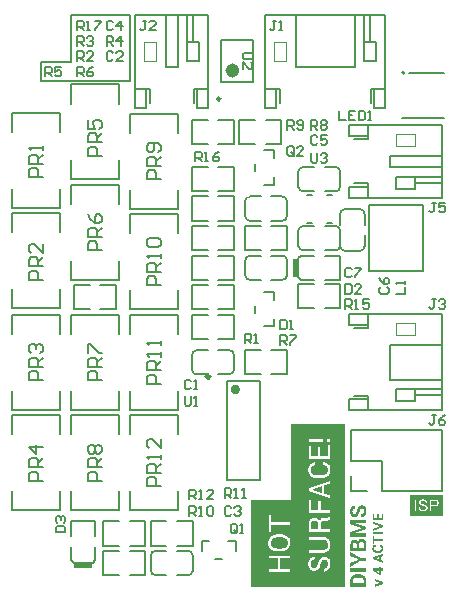
<source format=gto>
G04*
G04 #@! TF.GenerationSoftware,Altium Limited,Altium Designer,20.0.2 (26)*
G04*
G04 Layer_Color=15132400*
%FSLAX25Y25*%
%MOIN*%
G70*
G01*
G75*
%ADD10C,0.00984*%
%ADD11C,0.02362*%
%ADD12C,0.01181*%
%ADD13C,0.01575*%
%ADD14C,0.00787*%
%ADD15C,0.00394*%
%ADD16C,0.00700*%
%ADD17C,0.00800*%
%ADD18R,0.01181X0.06299*%
%ADD19R,0.06299X0.01181*%
G36*
X114961Y1969D02*
X101575D01*
Y1957D01*
X83620D01*
Y30778D01*
X97006D01*
Y56153D01*
X114961D01*
Y1969D01*
D02*
G37*
G36*
X127618Y24024D02*
X124071D01*
Y26300D01*
X124621D01*
Y24740D01*
X125509D01*
Y26055D01*
X126058D01*
Y24740D01*
X127074D01*
Y26305D01*
X127618D01*
Y24024D01*
D02*
G37*
G36*
Y22476D02*
Y21743D01*
X124071Y20539D01*
Y21288D01*
X126657Y22054D01*
X126852Y22098D01*
Y22115D01*
X126663Y22154D01*
X124071Y22931D01*
Y23680D01*
X127618Y22476D01*
D02*
G37*
G36*
Y19429D02*
X124071D01*
Y20145D01*
X127618D01*
Y19429D01*
D02*
G37*
G36*
X124621Y17980D02*
X127618D01*
Y17264D01*
X124621D01*
Y16265D01*
X124071D01*
Y18990D01*
X124621D01*
Y17980D01*
D02*
G37*
G36*
X125242Y16004D02*
Y15311D01*
X125237D01*
X125226D01*
X125209D01*
X125187D01*
X125126Y15300D01*
X125054Y15289D01*
X124970Y15272D01*
X124887Y15239D01*
X124804Y15200D01*
X124737Y15144D01*
X124732Y15139D01*
X124709Y15116D01*
X124682Y15078D01*
X124648Y15022D01*
X124621Y14950D01*
X124593Y14861D01*
X124571Y14761D01*
X124565Y14639D01*
Y14606D01*
X124571Y14584D01*
X124576Y14528D01*
X124599Y14456D01*
X124626Y14378D01*
X124676Y14295D01*
X124737Y14212D01*
X124782Y14173D01*
X124826Y14140D01*
X124832D01*
X124837Y14134D01*
X124854Y14123D01*
X124871Y14112D01*
X124926Y14084D01*
X125004Y14051D01*
X125098Y14017D01*
X125215Y13990D01*
X125342Y13968D01*
X125487Y13962D01*
X126197D01*
X126202D01*
X126214D01*
X126236D01*
X126263Y13968D01*
X126302D01*
X126341Y13973D01*
X126435Y13984D01*
X126541Y14006D01*
X126652Y14040D01*
X126763Y14090D01*
X126868Y14151D01*
X126880Y14162D01*
X126907Y14184D01*
X126952Y14229D01*
X126996Y14289D01*
X127041Y14362D01*
X127085Y14450D01*
X127113Y14556D01*
X127118Y14617D01*
X127124Y14678D01*
Y14706D01*
X127118Y14728D01*
X127113Y14789D01*
X127102Y14856D01*
X127085Y14933D01*
X127052Y15011D01*
X127013Y15083D01*
X126957Y15150D01*
X126952Y15155D01*
X126924Y15178D01*
X126885Y15200D01*
X126830Y15233D01*
X126757Y15261D01*
X126669Y15289D01*
X126569Y15305D01*
X126447Y15311D01*
Y15999D01*
X126458Y16004D01*
X126463D01*
X126486D01*
X126513D01*
X126552Y15999D01*
X126602D01*
X126657Y15988D01*
X126719Y15977D01*
X126785Y15966D01*
X126929Y15927D01*
X127002Y15899D01*
X127074Y15866D01*
X127152Y15827D01*
X127218Y15777D01*
X127290Y15721D01*
X127351Y15660D01*
X127357Y15655D01*
X127362Y15644D01*
X127379Y15621D01*
X127401Y15594D01*
X127424Y15561D01*
X127451Y15516D01*
X127479Y15466D01*
X127507Y15405D01*
X127540Y15338D01*
X127568Y15266D01*
X127595Y15183D01*
X127618Y15094D01*
X127640Y15000D01*
X127656Y14900D01*
X127662Y14795D01*
X127668Y14678D01*
Y14650D01*
X127662Y14617D01*
Y14573D01*
X127656Y14517D01*
X127646Y14456D01*
X127634Y14384D01*
X127618Y14312D01*
X127595Y14229D01*
X127568Y14145D01*
X127534Y14062D01*
X127496Y13973D01*
X127451Y13890D01*
X127396Y13801D01*
X127335Y13723D01*
X127262Y13646D01*
X127257Y13640D01*
X127246Y13629D01*
X127218Y13607D01*
X127190Y13585D01*
X127146Y13557D01*
X127096Y13524D01*
X127041Y13485D01*
X126974Y13451D01*
X126902Y13413D01*
X126824Y13374D01*
X126735Y13340D01*
X126641Y13313D01*
X126541Y13291D01*
X126430Y13268D01*
X126319Y13257D01*
X126197Y13252D01*
X125492D01*
X125487D01*
X125464D01*
X125431D01*
X125387Y13257D01*
X125331Y13263D01*
X125265Y13274D01*
X125192Y13285D01*
X125115Y13302D01*
X125031Y13318D01*
X124948Y13346D01*
X124859Y13374D01*
X124771Y13413D01*
X124682Y13457D01*
X124593Y13507D01*
X124510Y13568D01*
X124432Y13635D01*
X124426Y13640D01*
X124415Y13651D01*
X124393Y13673D01*
X124365Y13707D01*
X124338Y13740D01*
X124299Y13790D01*
X124260Y13840D01*
X124221Y13906D01*
X124182Y13973D01*
X124149Y14051D01*
X124110Y14129D01*
X124082Y14223D01*
X124055Y14317D01*
X124032Y14417D01*
X124021Y14528D01*
X124016Y14639D01*
Y14700D01*
X124021Y14745D01*
X124027Y14800D01*
X124032Y14867D01*
X124044Y14933D01*
X124055Y15011D01*
X124093Y15172D01*
X124121Y15255D01*
X124149Y15344D01*
X124188Y15427D01*
X124232Y15505D01*
X124282Y15583D01*
X124338Y15655D01*
X124343Y15660D01*
X124354Y15671D01*
X124371Y15688D01*
X124393Y15710D01*
X124426Y15738D01*
X124465Y15771D01*
X124515Y15805D01*
X124565Y15838D01*
X124626Y15871D01*
X124693Y15905D01*
X124765Y15932D01*
X124848Y15960D01*
X124932Y15982D01*
X125026Y15999D01*
X125120Y16010D01*
X125226D01*
X125242Y16004D01*
D02*
G37*
G36*
X127618Y12247D02*
X126857Y12009D01*
Y10860D01*
X127618Y10615D01*
Y9872D01*
X124071Y11071D01*
Y11803D01*
X127618Y12991D01*
Y12247D01*
D02*
G37*
G36*
X126852Y8051D02*
X127618D01*
Y7341D01*
X126852D01*
Y5892D01*
X126425Y5859D01*
X124071Y7335D01*
Y8051D01*
X126297D01*
Y8451D01*
X126852D01*
Y8051D01*
D02*
G37*
G36*
X127618Y3545D02*
Y2862D01*
X124981Y1969D01*
Y2712D01*
X126635Y3156D01*
X126880Y3201D01*
Y3217D01*
X126635Y3262D01*
X124981Y3700D01*
Y4444D01*
X127618Y3545D01*
D02*
G37*
G36*
X147609Y25599D02*
X136689D01*
Y32573D01*
X147609D01*
Y25599D01*
D02*
G37*
G36*
X120667Y29033D02*
X120717Y29024D01*
X120784Y29016D01*
X120942Y28974D01*
X121109Y28908D01*
X121200Y28866D01*
X121292Y28816D01*
X121384Y28758D01*
X121467Y28683D01*
X121550Y28600D01*
X121625Y28508D01*
Y28499D01*
X121642Y28483D01*
X121658Y28450D01*
X121683Y28408D01*
X121717Y28358D01*
X121750Y28291D01*
X121783Y28216D01*
X121817Y28133D01*
X121858Y28033D01*
X121892Y27925D01*
X121925Y27808D01*
X121958Y27683D01*
X121983Y27550D01*
X122000Y27408D01*
X122008Y27250D01*
X122017Y27092D01*
Y27009D01*
X122008Y26950D01*
X122000Y26875D01*
X121992Y26792D01*
X121983Y26692D01*
X121967Y26584D01*
X121917Y26359D01*
X121833Y26109D01*
X121792Y25984D01*
X121733Y25859D01*
X121667Y25734D01*
X121592Y25617D01*
X121583Y25609D01*
X121575Y25592D01*
X121550Y25559D01*
X121508Y25526D01*
X121467Y25476D01*
X121408Y25426D01*
X121350Y25368D01*
X121275Y25309D01*
X121192Y25251D01*
X121092Y25201D01*
X120992Y25151D01*
X120875Y25101D01*
X120750Y25068D01*
X120617Y25043D01*
X120467Y25026D01*
X120317Y25018D01*
X120292Y25026D01*
Y26067D01*
X120301D01*
X120309D01*
X120334D01*
X120367Y26076D01*
X120450Y26084D01*
X120559Y26101D01*
X120675Y26134D01*
X120784Y26184D01*
X120900Y26250D01*
X120992Y26342D01*
X121000Y26359D01*
X121025Y26392D01*
X121067Y26450D01*
X121100Y26542D01*
X121142Y26650D01*
X121184Y26775D01*
X121209Y26925D01*
X121217Y27092D01*
Y27167D01*
X121209Y27242D01*
X121192Y27333D01*
X121175Y27442D01*
X121142Y27550D01*
X121100Y27658D01*
X121042Y27750D01*
X121034Y27758D01*
X121009Y27783D01*
X120967Y27825D01*
X120909Y27867D01*
X120842Y27900D01*
X120759Y27941D01*
X120659Y27966D01*
X120551Y27975D01*
X120534D01*
X120501D01*
X120442Y27966D01*
X120376Y27950D01*
X120301Y27925D01*
X120217Y27883D01*
X120142Y27833D01*
X120067Y27758D01*
X120059Y27750D01*
X120034Y27716D01*
X120001Y27667D01*
X119951Y27583D01*
X119892Y27483D01*
X119834Y27358D01*
X119776Y27200D01*
X119709Y27009D01*
Y27000D01*
X119693Y26967D01*
X119684Y26917D01*
X119659Y26858D01*
X119634Y26784D01*
X119601Y26692D01*
X119568Y26592D01*
X119526Y26484D01*
X119426Y26259D01*
X119318Y26026D01*
X119193Y25801D01*
X119126Y25692D01*
X119059Y25601D01*
X119051Y25592D01*
X119043Y25584D01*
X119018Y25559D01*
X118993Y25526D01*
X118901Y25451D01*
X118784Y25368D01*
X118635Y25276D01*
X118460Y25201D01*
X118360Y25168D01*
X118260Y25142D01*
X118143Y25134D01*
X118026Y25126D01*
X118018D01*
X117993D01*
X117960D01*
X117918Y25134D01*
X117860Y25142D01*
X117793Y25151D01*
X117643Y25192D01*
X117477Y25259D01*
X117385Y25301D01*
X117294Y25351D01*
X117202Y25417D01*
X117119Y25492D01*
X117035Y25576D01*
X116952Y25667D01*
X116944Y25676D01*
X116935Y25692D01*
X116910Y25726D01*
X116885Y25767D01*
X116852Y25817D01*
X116819Y25884D01*
X116785Y25959D01*
X116744Y26042D01*
X116702Y26134D01*
X116669Y26242D01*
X116635Y26350D01*
X116602Y26475D01*
X116552Y26742D01*
X116544Y26892D01*
X116535Y27042D01*
Y27125D01*
X116544Y27192D01*
X116552Y27267D01*
X116560Y27350D01*
X116569Y27450D01*
X116594Y27550D01*
X116644Y27775D01*
X116727Y28016D01*
X116777Y28133D01*
X116835Y28250D01*
X116902Y28358D01*
X116985Y28466D01*
X116994Y28475D01*
X117002Y28491D01*
X117035Y28516D01*
X117069Y28550D01*
X117110Y28591D01*
X117168Y28633D01*
X117227Y28683D01*
X117302Y28733D01*
X117377Y28783D01*
X117468Y28833D01*
X117668Y28916D01*
X117785Y28949D01*
X117902Y28974D01*
X118026Y28991D01*
X118160D01*
X118176Y28983D01*
Y27941D01*
X118168D01*
X118160D01*
X118110D01*
X118035Y27933D01*
X117952Y27908D01*
X117852Y27883D01*
X117752Y27841D01*
X117652Y27783D01*
X117568Y27700D01*
X117560Y27692D01*
X117535Y27658D01*
X117502Y27600D01*
X117460Y27525D01*
X117418Y27433D01*
X117385Y27317D01*
X117360Y27175D01*
X117352Y27025D01*
Y26959D01*
X117360Y26892D01*
X117377Y26800D01*
X117402Y26709D01*
X117435Y26600D01*
X117477Y26509D01*
X117543Y26417D01*
X117552Y26409D01*
X117577Y26384D01*
X117618Y26350D01*
X117677Y26309D01*
X117743Y26267D01*
X117827Y26234D01*
X117918Y26209D01*
X118026Y26201D01*
X118035D01*
X118068D01*
X118126Y26217D01*
X118185Y26234D01*
X118260Y26259D01*
X118335Y26300D01*
X118410Y26359D01*
X118476Y26434D01*
X118485Y26442D01*
X118510Y26475D01*
X118543Y26542D01*
X118585Y26625D01*
X118643Y26734D01*
X118701Y26875D01*
X118768Y27042D01*
X118843Y27242D01*
Y27250D01*
X118851Y27283D01*
X118868Y27325D01*
X118885Y27383D01*
X118910Y27458D01*
X118943Y27542D01*
X118976Y27642D01*
X119018Y27742D01*
X119109Y27958D01*
X119226Y28183D01*
X119351Y28391D01*
X119418Y28491D01*
X119493Y28583D01*
X119501Y28591D01*
X119509Y28600D01*
X119534Y28624D01*
X119568Y28658D01*
X119609Y28691D01*
X119651Y28725D01*
X119776Y28816D01*
X119926Y28899D01*
X120109Y28966D01*
X120317Y29024D01*
X120434Y29033D01*
X120551Y29041D01*
X120559D01*
X120584D01*
X120617D01*
X120667Y29033D01*
D02*
G37*
G36*
X121942Y23143D02*
X118310D01*
X118301Y23127D01*
X121942Y21811D01*
Y21086D01*
X118293Y19761D01*
X118301Y19745D01*
X121942D01*
Y18670D01*
X116619D01*
Y20078D01*
X120542Y21427D01*
Y21452D01*
X116619Y22818D01*
Y24218D01*
X121942D01*
Y23143D01*
D02*
G37*
G36*
X120517Y17887D02*
X120584Y17879D01*
X120659Y17871D01*
X120825Y17829D01*
X121009Y17771D01*
X121109Y17729D01*
X121200Y17679D01*
X121300Y17621D01*
X121392Y17554D01*
X121475Y17479D01*
X121550Y17387D01*
Y17379D01*
X121567Y17362D01*
X121583Y17337D01*
X121608Y17296D01*
X121642Y17246D01*
X121675Y17179D01*
X121708Y17104D01*
X121742Y17021D01*
X121783Y16929D01*
X121817Y16821D01*
X121850Y16704D01*
X121883Y16579D01*
X121908Y16438D01*
X121925Y16288D01*
X121933Y16129D01*
X121942Y15963D01*
Y13897D01*
X116619D01*
Y15738D01*
X116627Y15805D01*
Y15880D01*
X116635Y15971D01*
X116652Y16071D01*
X116660Y16180D01*
X116710Y16421D01*
X116777Y16663D01*
X116860Y16896D01*
X116919Y17012D01*
X116985Y17112D01*
Y17121D01*
X117002Y17137D01*
X117027Y17162D01*
X117052Y17196D01*
X117094Y17237D01*
X117135Y17279D01*
X117193Y17329D01*
X117260Y17379D01*
X117335Y17429D01*
X117410Y17479D01*
X117502Y17521D01*
X117602Y17562D01*
X117710Y17596D01*
X117818Y17621D01*
X117943Y17637D01*
X118077Y17646D01*
X118093D01*
X118135D01*
X118210Y17637D01*
X118293Y17621D01*
X118401Y17596D01*
X118510Y17562D01*
X118626Y17521D01*
X118735Y17454D01*
X118743Y17446D01*
X118784Y17421D01*
X118834Y17371D01*
X118893Y17312D01*
X118968Y17237D01*
X119034Y17137D01*
X119109Y17029D01*
X119168Y16896D01*
Y16904D01*
X119176Y16921D01*
Y16946D01*
X119184Y16979D01*
X119218Y17071D01*
X119259Y17179D01*
X119309Y17296D01*
X119393Y17421D01*
X119484Y17546D01*
X119601Y17646D01*
X119617Y17654D01*
X119659Y17687D01*
X119734Y17729D01*
X119826Y17771D01*
X119942Y17820D01*
X120076Y17854D01*
X120226Y17887D01*
X120392Y17895D01*
X120401D01*
X120425D01*
X120467D01*
X120517Y17887D01*
D02*
G37*
G36*
X120067Y11540D02*
X121942D01*
Y10473D01*
X120017D01*
X116619Y8674D01*
Y9849D01*
X119076Y11006D01*
Y11032D01*
X116619Y12198D01*
Y13364D01*
X120067Y11540D01*
D02*
G37*
G36*
X121942Y7000D02*
X116619D01*
Y8074D01*
X121942D01*
Y7000D01*
D02*
G37*
G36*
X119892Y6067D02*
X119976Y6058D01*
X120067Y6042D01*
X120176Y6025D01*
X120292Y6000D01*
X120417Y5967D01*
X120551Y5917D01*
X120684Y5867D01*
X120817Y5809D01*
X120950Y5734D01*
X121075Y5650D01*
X121209Y5550D01*
X121325Y5442D01*
X121334Y5434D01*
X121350Y5417D01*
X121384Y5376D01*
X121425Y5325D01*
X121467Y5267D01*
X121517Y5192D01*
X121575Y5101D01*
X121633Y5001D01*
X121692Y4892D01*
X121750Y4776D01*
X121800Y4642D01*
X121842Y4501D01*
X121883Y4343D01*
X121917Y4184D01*
X121933Y4009D01*
X121942Y3834D01*
Y1969D01*
X116619D01*
Y3926D01*
X116627Y4001D01*
X116635Y4076D01*
X116652Y4176D01*
X116669Y4284D01*
X116694Y4401D01*
X116727Y4526D01*
X116769Y4659D01*
X116819Y4792D01*
X116885Y4926D01*
X116952Y5059D01*
X117035Y5192D01*
X117135Y5317D01*
X117244Y5442D01*
X117252Y5450D01*
X117269Y5467D01*
X117310Y5500D01*
X117360Y5542D01*
X117418Y5592D01*
X117493Y5642D01*
X117577Y5700D01*
X117677Y5759D01*
X117785Y5817D01*
X117910Y5875D01*
X118043Y5925D01*
X118185Y5975D01*
X118335Y6017D01*
X118493Y6050D01*
X118668Y6067D01*
X118843Y6075D01*
X119726D01*
X119734D01*
X119767D01*
X119817D01*
X119892Y6067D01*
D02*
G37*
%LPC*%
G36*
X109861Y51153D02*
X108872D01*
Y50186D01*
X107761D01*
X109861D01*
Y51153D01*
D02*
G37*
G36*
X102761D02*
D01*
Y50186D01*
X107527D01*
Y51142D01*
X102761D01*
Y51153D01*
D01*
D02*
G37*
G36*
X109861Y49042D02*
X102761D01*
Y44665D01*
X109861D01*
Y49042D01*
D02*
G37*
G36*
X109961Y43420D02*
D01*
Y40810D01*
X109950Y41021D01*
X109927Y41232D01*
X109894Y41421D01*
X109861Y41598D01*
X109805Y41776D01*
X109749Y41932D01*
X109694Y42076D01*
X109627Y42198D01*
X109561Y42320D01*
X109505Y42421D01*
X109450Y42509D01*
X109394Y42576D01*
X109361Y42632D01*
X109327Y42676D01*
X109305Y42698D01*
X109294Y42709D01*
X109161Y42832D01*
X109027Y42943D01*
X108883Y43043D01*
X108750Y43120D01*
X108605Y43198D01*
X108461Y43254D01*
X108205Y43332D01*
X108083Y43365D01*
X107972Y43387D01*
X107872Y43398D01*
X107783Y43409D01*
X107716Y43420D01*
X107616D01*
X107594Y43409D01*
Y42487D01*
X107861Y42465D01*
X108094Y42421D01*
X108305Y42343D01*
X108472Y42265D01*
X108605Y42187D01*
X108705Y42109D01*
X108761Y42065D01*
X108783Y42043D01*
X108927Y41865D01*
X109038Y41665D01*
X109105Y41465D01*
X109161Y41265D01*
X109194Y41087D01*
X109205Y41010D01*
Y40943D01*
X109216Y40887D01*
Y40810D01*
X109205Y40665D01*
X109183Y40521D01*
X109161Y40387D01*
X109116Y40265D01*
X109016Y40043D01*
X108894Y39865D01*
X108772Y39710D01*
X108672Y39610D01*
X108627Y39565D01*
X108594Y39543D01*
X108583Y39532D01*
X108572Y39521D01*
X108450Y39432D01*
X108316Y39365D01*
X108039Y39243D01*
X107772Y39165D01*
X107516Y39099D01*
X107394Y39088D01*
X107294Y39065D01*
X107194Y39054D01*
X107105D01*
X107039Y39043D01*
X106994D01*
X106961D01*
X106950D01*
X105672D01*
X105494Y39054D01*
X105328Y39065D01*
X105017Y39121D01*
X104739Y39199D01*
X104617Y39243D01*
X104506Y39287D01*
X104406Y39332D01*
X104317Y39365D01*
X104239Y39410D01*
X104172Y39443D01*
X104128Y39476D01*
X104095Y39499D01*
X104072Y39521D01*
X104061D01*
X103950Y39610D01*
X103850Y39710D01*
X103761Y39821D01*
X103683Y39921D01*
X103628Y40032D01*
X103572Y40143D01*
X103495Y40343D01*
X103450Y40532D01*
X103439Y40610D01*
X103428Y40676D01*
X103417Y40732D01*
Y40810D01*
X103439Y41087D01*
X103483Y41343D01*
X103550Y41554D01*
X103628Y41732D01*
X103717Y41865D01*
X103784Y41965D01*
X103828Y42020D01*
X103850Y42043D01*
X104028Y42187D01*
X104217Y42298D01*
X104417Y42376D01*
X104606Y42432D01*
X104772Y42465D01*
X104839Y42476D01*
X104906D01*
X104961Y42487D01*
X104994D01*
X105017D01*
X105028D01*
Y43409D01*
X104994Y43420D01*
D01*
X104806Y43409D01*
X104617Y43398D01*
X104450Y43365D01*
X104283Y43320D01*
X104128Y43265D01*
X103995Y43209D01*
X103861Y43143D01*
X103750Y43076D01*
X103650Y43009D01*
X103550Y42943D01*
X103472Y42887D01*
X103417Y42832D01*
X103361Y42787D01*
X103328Y42754D01*
X103306Y42732D01*
X103295Y42720D01*
X103183Y42587D01*
X103084Y42432D01*
X102995Y42276D01*
X102917Y42121D01*
X102861Y41965D01*
X102806Y41798D01*
X102728Y41498D01*
X102706Y41354D01*
X102684Y41232D01*
X102673Y41109D01*
X102661Y41010D01*
X102650Y40921D01*
Y40810D01*
X102661Y40587D01*
X102684Y40376D01*
X102728Y40176D01*
X102784Y39987D01*
X102850Y39810D01*
X102928Y39654D01*
X103006Y39499D01*
X103084Y39365D01*
X103161Y39243D01*
X103239Y39143D01*
X103317Y39043D01*
X103384Y38976D01*
X103439Y38910D01*
X103483Y38865D01*
X103506Y38843D01*
X103517Y38832D01*
X103683Y38699D01*
X103850Y38588D01*
X104039Y38488D01*
X104217Y38399D01*
X104394Y38321D01*
X104583Y38265D01*
X104917Y38177D01*
X105083Y38143D01*
X105228Y38121D01*
X105350Y38099D01*
X105461Y38088D01*
X105561Y38076D01*
X102650D01*
D01*
X109961D01*
Y43420D01*
D02*
G37*
G36*
X109861Y37288D02*
D01*
X102761Y34777D01*
Y33955D01*
X109861Y31388D01*
X102761D01*
X109861D01*
Y37288D01*
D02*
G37*
G36*
Y30955D02*
D01*
Y27466D01*
X106717D01*
Y30466D01*
X105961D01*
Y27466D01*
X103517D01*
Y30955D01*
X109861D01*
X102761D01*
Y26500D01*
X109861D01*
Y30955D01*
D02*
G37*
G36*
Y25278D02*
X109749D01*
X109616Y25156D01*
X109472Y25078D01*
X109416Y25045D01*
X109372Y25022D01*
X109338Y25011D01*
X109327D01*
X109116Y24978D01*
X109016Y24956D01*
X108927D01*
X108850Y24945D01*
X108783D01*
X108739D01*
X108727D01*
X108050D01*
X107827Y24933D01*
X107627Y24900D01*
X107450Y24867D01*
X107294Y24822D01*
X107172Y24767D01*
X107083Y24733D01*
X107028Y24700D01*
X107005Y24689D01*
X106850Y24578D01*
X106728Y24444D01*
X106616Y24311D01*
X106528Y24167D01*
X106461Y24045D01*
X106416Y23945D01*
X106394Y23867D01*
X106383Y23856D01*
Y23845D01*
X106283Y24034D01*
X106183Y24200D01*
X106072Y24344D01*
X105972Y24467D01*
X105883Y24556D01*
X105806Y24622D01*
X105761Y24667D01*
X105739Y24678D01*
X105583Y24778D01*
X105417Y24845D01*
X105250Y24900D01*
X105106Y24933D01*
X104972Y24956D01*
X104872Y24967D01*
X104806D01*
X104795D01*
X104783D01*
X104606Y24956D01*
X104439Y24945D01*
X104272Y24911D01*
X104128Y24867D01*
X103995Y24822D01*
X103872Y24767D01*
X103761Y24711D01*
X103661Y24656D01*
X103572Y24600D01*
X103495Y24544D01*
X103428Y24489D01*
X103384Y24444D01*
X103339Y24400D01*
X103306Y24367D01*
X103295Y24356D01*
X103284Y24344D01*
X103195Y24222D01*
X103106Y24089D01*
X102983Y23811D01*
X102884Y23511D01*
X102828Y23222D01*
X102806Y23089D01*
X102784Y22967D01*
X102772Y22856D01*
Y22756D01*
X102761Y22678D01*
Y20134D01*
X109861D01*
Y25278D01*
D02*
G37*
G36*
X96475Y25778D02*
X89376D01*
Y20156D01*
X96475D01*
Y21100D01*
Y20156D01*
X90131D01*
Y22467D01*
X96475D01*
Y21100D01*
Y22467D01*
Y23434D01*
D01*
X90131D01*
Y25778D01*
X96475D01*
D02*
G37*
G36*
X96575Y19423D02*
D01*
Y16512D01*
X96564Y16745D01*
X96542Y16967D01*
X96497Y17190D01*
X96442Y17390D01*
X96375Y17567D01*
X96308Y17745D01*
X96230Y17901D01*
X96141Y18045D01*
X96064Y18179D01*
X95986Y18290D01*
X95919Y18390D01*
X95853Y18467D01*
X95797Y18534D01*
X95753Y18578D01*
X95730Y18601D01*
X95719Y18612D01*
X95553Y18756D01*
X95386Y18878D01*
X95197Y18990D01*
X95019Y19078D01*
X94842Y19156D01*
X94664Y19223D01*
X94486Y19278D01*
X94319Y19323D01*
X94164Y19356D01*
X94020Y19378D01*
X93886Y19401D01*
X93775Y19412D01*
X93686Y19423D01*
X92298D01*
X92053Y19412D01*
X91831Y19389D01*
X91620Y19345D01*
X91409Y19301D01*
X91220Y19234D01*
X91042Y19167D01*
X90875Y19090D01*
X90731Y19023D01*
X90587Y18945D01*
X90475Y18867D01*
X90375Y18801D01*
X90286Y18734D01*
X90220Y18689D01*
X90175Y18645D01*
X90142Y18623D01*
X90131Y18612D01*
X89976Y18456D01*
X89842Y18290D01*
X89731Y18112D01*
X89631Y17945D01*
X89542Y17767D01*
X89476Y17590D01*
X89420Y17423D01*
X89376Y17256D01*
X89342Y17101D01*
X89309Y16967D01*
X89287Y16834D01*
X89275Y16723D01*
X89264Y16634D01*
Y16512D01*
X89275Y16290D01*
X89298Y16068D01*
X89342Y15868D01*
X89398Y15668D01*
X89464Y15490D01*
X89542Y15323D01*
X89620Y15168D01*
X89698Y15034D01*
X89776Y14912D01*
X89853Y14801D01*
X89931Y14712D01*
X89998Y14634D01*
X90053Y14568D01*
X90098Y14523D01*
X90120Y14501D01*
X90131Y14490D01*
X90298Y14357D01*
X90475Y14234D01*
X90653Y14134D01*
X90831Y14046D01*
X91020Y13968D01*
X91198Y13901D01*
X91375Y13846D01*
X91542Y13812D01*
X91698Y13779D01*
X91842Y13757D01*
X91964Y13735D01*
X92075Y13723D01*
X92175Y13712D01*
X89264D01*
D01*
X96575D01*
Y19423D01*
D02*
G37*
G36*
X107594Y18612D02*
X102761D01*
Y13257D01*
X109961D01*
Y15890D01*
X109950Y16112D01*
X109927Y16323D01*
X109905Y16512D01*
X109861Y16701D01*
X109805Y16879D01*
X109749Y17034D01*
X109694Y17179D01*
X109627Y17323D01*
X109572Y17434D01*
X109516Y17545D01*
X109461Y17634D01*
X109405Y17712D01*
X109361Y17767D01*
X109338Y17812D01*
X109316Y17834D01*
X109305Y17845D01*
X109172Y17978D01*
X109038Y18101D01*
X108894Y18201D01*
X108739Y18290D01*
X108594Y18367D01*
X108439Y18423D01*
X108294Y18478D01*
X108150Y18512D01*
X108016Y18545D01*
X107883Y18567D01*
X107772Y18590D01*
X107672Y18601D01*
X107594Y18612D01*
D02*
G37*
G36*
X96475Y12335D02*
X89376D01*
Y10613D01*
Y11368D01*
X92586D01*
Y7924D01*
X89376D01*
Y8291D01*
Y6957D01*
X96475D01*
Y10901D01*
Y7924D01*
X93342D01*
Y11368D01*
X96475D01*
Y10901D01*
Y11368D01*
Y12335D01*
D02*
G37*
G36*
X109961Y12012D02*
D01*
Y9568D01*
X109950Y9768D01*
X109938Y9957D01*
X109916Y10135D01*
X109883Y10301D01*
X109838Y10457D01*
X109794Y10601D01*
X109749Y10735D01*
X109705Y10857D01*
X109661Y10968D01*
X109616Y11068D01*
X109572Y11146D01*
X109527Y11213D01*
X109494Y11268D01*
X109472Y11301D01*
X109450Y11324D01*
Y11335D01*
X109350Y11457D01*
X109239Y11557D01*
X109127Y11646D01*
X109016Y11724D01*
X108894Y11790D01*
X108783Y11846D01*
X108561Y11924D01*
X108361Y11979D01*
X108272Y11990D01*
X108205Y12001D01*
X108139Y12012D01*
X108061D01*
X107916Y12001D01*
X107772Y11990D01*
X107516Y11924D01*
X107294Y11835D01*
X107094Y11735D01*
X106939Y11624D01*
X106828Y11535D01*
X106783Y11501D01*
X106750Y11468D01*
X106739Y11457D01*
X106728Y11446D01*
X106628Y11335D01*
X106539Y11213D01*
X106372Y10957D01*
X106228Y10690D01*
X106117Y10424D01*
X106061Y10301D01*
X106017Y10179D01*
X105983Y10079D01*
X105961Y9990D01*
X105939Y9913D01*
X105917Y9857D01*
X105905Y9824D01*
Y9813D01*
X105861Y9657D01*
X105817Y9502D01*
X105717Y9246D01*
X105628Y9024D01*
X105550Y8846D01*
X105472Y8713D01*
X105417Y8613D01*
X105372Y8557D01*
X105361Y8535D01*
X105239Y8402D01*
X105106Y8313D01*
X104983Y8246D01*
X104850Y8191D01*
X104750Y8168D01*
X104661Y8157D01*
X104606Y8146D01*
X104583D01*
X104394Y8157D01*
X104228Y8202D01*
X104083Y8257D01*
X103961Y8324D01*
X103872Y8391D01*
X103795Y8446D01*
X103750Y8491D01*
X103739Y8502D01*
X103628Y8646D01*
X103550Y8813D01*
X103495Y8991D01*
X103461Y9157D01*
X103428Y9302D01*
X103417Y9424D01*
Y9535D01*
X103439Y9768D01*
X103483Y9979D01*
X103539Y10168D01*
X103617Y10324D01*
X103695Y10446D01*
X103750Y10535D01*
X103795Y10590D01*
X103817Y10613D01*
X103972Y10757D01*
X104139Y10857D01*
X104306Y10935D01*
X104461Y10979D01*
X104595Y11012D01*
X104706Y11024D01*
X104750Y11035D01*
X104783D01*
X104795D01*
X104806D01*
Y11957D01*
X104783Y11968D01*
X104628D01*
X104472Y11946D01*
X104328Y11912D01*
X104194Y11879D01*
X103939Y11779D01*
X103717Y11657D01*
X103628Y11590D01*
X103539Y11535D01*
X103472Y11479D01*
X103406Y11424D01*
X103361Y11390D01*
X103328Y11357D01*
X103306Y11335D01*
X103295Y11324D01*
X103183Y11190D01*
X103084Y11057D01*
X102995Y10913D01*
X102917Y10768D01*
X102861Y10613D01*
X102806Y10468D01*
X102728Y10179D01*
X102706Y10046D01*
X102684Y9924D01*
X102673Y9813D01*
X102661Y9724D01*
X102650Y9646D01*
Y9535D01*
X102661Y9346D01*
X102673Y9157D01*
X102739Y8824D01*
X102784Y8679D01*
X102828Y8535D01*
X102884Y8413D01*
X102928Y8291D01*
X102983Y8191D01*
X103039Y8102D01*
X103084Y8024D01*
X103128Y7957D01*
X103161Y7902D01*
X103195Y7868D01*
X103206Y7846D01*
X103217Y7835D01*
X103328Y7724D01*
X103439Y7624D01*
X103550Y7535D01*
X103672Y7457D01*
X103784Y7391D01*
X103895Y7335D01*
X104117Y7257D01*
X104317Y7213D01*
X104394Y7202D01*
X104461Y7191D01*
X104528Y7180D01*
X104572D01*
X104595D01*
X104606D01*
X104750Y7191D01*
X104883Y7202D01*
X105139Y7280D01*
X105372Y7368D01*
X105561Y7491D01*
X105705Y7602D01*
X105828Y7691D01*
X105861Y7735D01*
X105894Y7768D01*
X105905Y7779D01*
X105917Y7791D01*
X106105Y8035D01*
X106261Y8313D01*
X106394Y8591D01*
X106505Y8868D01*
X106550Y8991D01*
X106594Y9102D01*
X106628Y9213D01*
X106650Y9302D01*
X106672Y9379D01*
X106694Y9435D01*
X106705Y9468D01*
Y9479D01*
X106750Y9635D01*
X106794Y9779D01*
X106839Y9924D01*
X106894Y10046D01*
X106939Y10157D01*
X106983Y10257D01*
X107072Y10424D01*
X107150Y10546D01*
X107217Y10635D01*
X107261Y10690D01*
X107272Y10701D01*
X107394Y10813D01*
X107527Y10901D01*
X107661Y10957D01*
X107794Y11001D01*
X107905Y11024D01*
X107994Y11046D01*
X108050D01*
X108061D01*
X108072D01*
X108261Y11024D01*
X108427Y10979D01*
X108572Y10924D01*
X108694Y10846D01*
X108794Y10768D01*
X108861Y10713D01*
X108905Y10668D01*
X108916Y10646D01*
X109016Y10490D01*
X109094Y10313D01*
X109139Y10135D01*
X109183Y9957D01*
X109205Y9802D01*
X109216Y9679D01*
Y9568D01*
X109205Y9335D01*
X109161Y9124D01*
X109105Y8924D01*
X109038Y8757D01*
X108972Y8624D01*
X108916Y8513D01*
X108872Y8446D01*
X108861Y8435D01*
Y8424D01*
X108783Y8335D01*
X108705Y8257D01*
X108539Y8124D01*
X108372Y8035D01*
X108205Y7980D01*
X108050Y7935D01*
X107928Y7924D01*
X107883Y7913D01*
X107850D01*
X107827D01*
X107816D01*
Y6991D01*
X102650D01*
D01*
X109961D01*
Y12012D01*
D02*
G37*
%LPD*%
G36*
X109116Y45631D02*
X106572D01*
Y48553D01*
X105817D01*
Y45631D01*
X103517D01*
Y48998D01*
X102761D01*
Y49042D01*
X109116D01*
Y45631D01*
D02*
G37*
G36*
X109961Y38076D02*
X106950D01*
X107194Y38088D01*
X107416Y38110D01*
X107639Y38143D01*
X107839Y38199D01*
X108028Y38254D01*
X108216Y38321D01*
X108372Y38388D01*
X108527Y38454D01*
X108661Y38521D01*
X108772Y38599D01*
X108883Y38654D01*
X108961Y38710D01*
X109027Y38765D01*
X109072Y38799D01*
X109105Y38821D01*
X109116Y38832D01*
X109261Y38976D01*
X109394Y39132D01*
X109505Y39299D01*
X109605Y39465D01*
X109683Y39632D01*
X109749Y39799D01*
X109805Y39954D01*
X109850Y40110D01*
X109894Y40254D01*
X109916Y40387D01*
X109938Y40510D01*
X109950Y40610D01*
Y40699D01*
X109961Y40754D01*
Y38076D01*
D02*
G37*
G36*
X107228Y33288D02*
X104183Y34343D01*
Y34377D01*
X107228Y35410D01*
Y33288D01*
D02*
G37*
G36*
X109861Y32377D02*
X108039Y33010D01*
Y35688D01*
X109861Y36310D01*
Y32377D01*
D02*
G37*
G36*
Y21100D02*
X106783D01*
Y22745D01*
X106794Y22945D01*
X106839Y23122D01*
X106894Y23278D01*
X106961Y23411D01*
X107028Y23511D01*
X107083Y23589D01*
X107128Y23633D01*
X107139Y23645D01*
X107272Y23756D01*
X107428Y23845D01*
X107583Y23900D01*
X107728Y23945D01*
X107861Y23967D01*
X107961Y23989D01*
X108005D01*
X108039D01*
X108050D01*
X108061D01*
X108716D01*
X108961Y24000D01*
X109083D01*
X109183Y24011D01*
X109261Y24022D01*
X109327D01*
X109372Y24034D01*
X109383D01*
X109494Y24056D01*
X109594Y24100D01*
X109672Y24133D01*
X109738Y24178D01*
X109794Y24211D01*
X109827Y24245D01*
X109850Y24267D01*
X109861Y24278D01*
Y21100D01*
D02*
G37*
G36*
X104994Y23989D02*
X105183Y23945D01*
X105350Y23889D01*
X105483Y23822D01*
X105583Y23756D01*
X105661Y23700D01*
X105705Y23656D01*
X105717Y23645D01*
X105817Y23489D01*
X105894Y23311D01*
X105950Y23111D01*
X105983Y22922D01*
X106006Y22745D01*
X106017Y22667D01*
X106028Y22600D01*
Y21100D01*
X103517D01*
Y22567D01*
X103528Y22822D01*
X103572Y23045D01*
X103617Y23234D01*
X103683Y23378D01*
X103739Y23500D01*
X103795Y23578D01*
X103839Y23633D01*
X103850Y23645D01*
X103983Y23767D01*
X104128Y23856D01*
X104283Y23911D01*
X104428Y23956D01*
X104561Y23978D01*
X104672Y24000D01*
X104717D01*
X104750D01*
X104761D01*
X104772D01*
X104994Y23989D01*
D02*
G37*
G36*
X93919Y18434D02*
X94231Y18379D01*
X94508Y18290D01*
X94631Y18245D01*
X94742Y18201D01*
X94842Y18145D01*
X94930Y18101D01*
X94997Y18056D01*
X95064Y18012D01*
X95108Y17978D01*
X95142Y17956D01*
X95164Y17945D01*
X95175Y17934D01*
X95286Y17834D01*
X95375Y17723D01*
X95464Y17612D01*
X95530Y17490D01*
X95642Y17256D01*
X95719Y17023D01*
X95764Y16823D01*
X95775Y16734D01*
X95786Y16656D01*
X95797Y16601D01*
Y16512D01*
X95786Y16356D01*
X95775Y16212D01*
X95697Y15957D01*
X95597Y15723D01*
X95486Y15534D01*
X95375Y15379D01*
X95275Y15268D01*
X95231Y15234D01*
X95197Y15201D01*
X95186Y15190D01*
X95175Y15179D01*
X95053Y15090D01*
X94919Y15012D01*
X94653Y14890D01*
X94386Y14801D01*
X94131Y14746D01*
X94020Y14723D01*
X93908Y14701D01*
X93808Y14690D01*
X93731D01*
X93653Y14679D01*
X93608D01*
X93575D01*
X93564D01*
X92286D01*
X92109Y14690D01*
X91942Y14701D01*
X91620Y14757D01*
X91353Y14834D01*
X91231Y14879D01*
X91120Y14934D01*
X91020Y14979D01*
X90931Y15023D01*
X90864Y15068D01*
X90798Y15101D01*
X90753Y15134D01*
X90720Y15157D01*
X90698Y15179D01*
X90687D01*
X90575Y15279D01*
X90475Y15379D01*
X90398Y15490D01*
X90331Y15601D01*
X90220Y15823D01*
X90142Y16034D01*
X90098Y16223D01*
X90087Y16301D01*
X90075Y16379D01*
X90064Y16434D01*
Y16512D01*
X90075Y16679D01*
X90087Y16823D01*
X90164Y17112D01*
X90264Y17345D01*
X90375Y17556D01*
X90487Y17712D01*
X90542Y17778D01*
X90587Y17823D01*
X90631Y17867D01*
X90664Y17901D01*
X90675Y17912D01*
X90687Y17923D01*
X90809Y18012D01*
X90931Y18101D01*
X91198Y18234D01*
X91464Y18323D01*
X91720Y18390D01*
X91831Y18412D01*
X91942Y18434D01*
X92042Y18445D01*
X92120D01*
X92186Y18456D01*
X92242D01*
X92275D01*
X92286D01*
X93564D01*
X93742D01*
X93919Y18434D01*
D02*
G37*
G36*
X96575Y13712D02*
X93564D01*
X93797Y13723D01*
X94031Y13746D01*
X94242Y13779D01*
X94453Y13835D01*
X94642Y13890D01*
X94819Y13957D01*
X94975Y14035D01*
X95130Y14101D01*
X95264Y14179D01*
X95375Y14246D01*
X95486Y14312D01*
X95564Y14368D01*
X95630Y14423D01*
X95675Y14457D01*
X95708Y14479D01*
X95719Y14490D01*
X95875Y14646D01*
X95997Y14801D01*
X96119Y14968D01*
X96208Y15134D01*
X96297Y15301D01*
X96364Y15468D01*
X96419Y15634D01*
X96464Y15790D01*
X96508Y15945D01*
X96530Y16079D01*
X96553Y16201D01*
X96564Y16301D01*
Y16390D01*
X96575Y16456D01*
Y13712D01*
D02*
G37*
G36*
X107772Y17634D02*
X108028Y17579D01*
X108239Y17501D01*
X108427Y17412D01*
X108572Y17312D01*
X108672Y17234D01*
X108739Y17179D01*
X108750Y17167D01*
X108761Y17156D01*
X108916Y16967D01*
X109027Y16756D01*
X109105Y16545D01*
X109161Y16345D01*
X109194Y16168D01*
X109205Y16090D01*
Y16023D01*
X109216Y15968D01*
Y15890D01*
X109194Y15623D01*
X109150Y15390D01*
X109072Y15190D01*
X108983Y15012D01*
X108905Y14879D01*
X108827Y14779D01*
X108783Y14712D01*
X108761Y14690D01*
X108572Y14534D01*
X108361Y14423D01*
X108150Y14334D01*
X107950Y14279D01*
X107761Y14246D01*
X107683Y14234D01*
X107616D01*
X107561Y14223D01*
X107516D01*
X107494D01*
X107483D01*
X102761D01*
Y17656D01*
X107483D01*
X107627D01*
X107772Y17634D01*
D02*
G37*
G36*
X109961Y13257D02*
X107483D01*
X107694Y13268D01*
X107894Y13290D01*
X108083Y13323D01*
X108261Y13368D01*
X108427Y13423D01*
X108572Y13490D01*
X108705Y13557D01*
X108827Y13623D01*
X108939Y13690D01*
X109038Y13757D01*
X109116Y13823D01*
X109183Y13879D01*
X109239Y13923D01*
X109272Y13957D01*
X109294Y13979D01*
X109305Y13990D01*
X109416Y14134D01*
X109516Y14290D01*
X109605Y14446D01*
X109683Y14601D01*
X109749Y14757D01*
X109805Y14923D01*
X109883Y15223D01*
X109905Y15357D01*
X109927Y15490D01*
X109938Y15601D01*
X109950Y15701D01*
X109961Y15779D01*
Y13257D01*
D02*
G37*
G36*
Y6991D02*
X108028D01*
X108194Y7013D01*
X108350Y7046D01*
X108494Y7091D01*
X108761Y7213D01*
X108883Y7280D01*
X108983Y7357D01*
X109083Y7424D01*
X109161Y7502D01*
X109227Y7568D01*
X109283Y7624D01*
X109338Y7668D01*
X109372Y7713D01*
X109383Y7735D01*
X109394Y7746D01*
X109494Y7902D01*
X109583Y8046D01*
X109661Y8213D01*
X109716Y8368D01*
X109827Y8668D01*
X109894Y8957D01*
X109916Y9079D01*
X109927Y9202D01*
X109938Y9302D01*
X109950Y9391D01*
X109961Y9468D01*
Y6991D01*
D02*
G37*
%LPC*%
G36*
X126297Y11836D02*
X125042Y11442D01*
Y11426D01*
X126297Y11032D01*
Y11836D01*
D02*
G37*
G36*
Y7341D02*
X125009D01*
X125004Y7324D01*
X125165Y7252D01*
X126297Y6508D01*
Y7341D01*
D02*
G37*
G36*
X140992Y31073D02*
X140920D01*
X140775Y31067D01*
X140648Y31050D01*
X140525Y31028D01*
X140420Y31006D01*
X140337Y30984D01*
X140298Y30973D01*
X140270Y30961D01*
X140248Y30950D01*
X140231Y30945D01*
X140220Y30939D01*
X140215D01*
X140104Y30884D01*
X140004Y30823D01*
X139921Y30756D01*
X139854Y30695D01*
X139804Y30640D01*
X139765Y30595D01*
X139737Y30562D01*
X139732Y30556D01*
Y30551D01*
X139676Y30457D01*
X139637Y30362D01*
X139610Y30268D01*
X139593Y30185D01*
X139582Y30112D01*
X139571Y30057D01*
Y30035D01*
Y30018D01*
Y30013D01*
Y30007D01*
X139576Y29913D01*
X139593Y29824D01*
X139615Y29741D01*
X139637Y29668D01*
X139660Y29613D01*
X139682Y29568D01*
X139699Y29541D01*
X139704Y29530D01*
X139760Y29452D01*
X139826Y29380D01*
X139893Y29319D01*
X139959Y29269D01*
X140015Y29224D01*
X140065Y29197D01*
X140098Y29175D01*
X140104Y29169D01*
X140109D01*
X140154Y29147D01*
X140204Y29125D01*
X140315Y29086D01*
X140442Y29047D01*
X140564Y29008D01*
X140675Y28975D01*
X140725Y28964D01*
X140770Y28952D01*
X140803Y28941D01*
X140831Y28936D01*
X140847Y28930D01*
X140853D01*
X140947Y28908D01*
X141036Y28886D01*
X141114Y28864D01*
X141180Y28847D01*
X141247Y28830D01*
X141303Y28814D01*
X141352Y28803D01*
X141391Y28786D01*
X141430Y28775D01*
X141458Y28769D01*
X141502Y28753D01*
X141530Y28747D01*
X141536Y28742D01*
X141619Y28708D01*
X141691Y28669D01*
X141752Y28631D01*
X141797Y28597D01*
X141835Y28564D01*
X141858Y28542D01*
X141874Y28525D01*
X141880Y28519D01*
X141919Y28470D01*
X141946Y28414D01*
X141963Y28359D01*
X141980Y28314D01*
X141985Y28270D01*
X141991Y28236D01*
Y28209D01*
Y28203D01*
X141985Y28137D01*
X141974Y28076D01*
X141957Y28020D01*
X141935Y27976D01*
X141913Y27931D01*
X141896Y27904D01*
X141885Y27881D01*
X141880Y27876D01*
X141835Y27820D01*
X141780Y27776D01*
X141724Y27737D01*
X141674Y27698D01*
X141624Y27676D01*
X141586Y27654D01*
X141558Y27643D01*
X141547Y27637D01*
X141463Y27609D01*
X141375Y27587D01*
X141286Y27576D01*
X141208Y27565D01*
X141142Y27559D01*
X141086Y27554D01*
X141036D01*
X140914Y27559D01*
X140803Y27571D01*
X140703Y27587D01*
X140614Y27609D01*
X140542Y27632D01*
X140487Y27648D01*
X140470Y27654D01*
X140453Y27659D01*
X140448Y27665D01*
X140442D01*
X140354Y27709D01*
X140270Y27759D01*
X140209Y27809D01*
X140154Y27859D01*
X140109Y27898D01*
X140082Y27937D01*
X140065Y27959D01*
X140059Y27965D01*
X140021Y28037D01*
X139982Y28114D01*
X139959Y28198D01*
X139937Y28270D01*
X139921Y28342D01*
X139910Y28392D01*
Y28414D01*
X139904Y28431D01*
Y28436D01*
Y28442D01*
X139427Y28397D01*
X139438Y28259D01*
X139460Y28126D01*
X139493Y28009D01*
X139532Y27904D01*
X139571Y27820D01*
X139588Y27787D01*
X139599Y27759D01*
X139615Y27737D01*
X139621Y27720D01*
X139632Y27709D01*
Y27704D01*
X139715Y27598D01*
X139804Y27504D01*
X139898Y27426D01*
X139987Y27360D01*
X140065Y27310D01*
X140131Y27276D01*
X140154Y27265D01*
X140170Y27254D01*
X140181Y27249D01*
X140187D01*
X140326Y27199D01*
X140470Y27160D01*
X140614Y27138D01*
X140753Y27115D01*
X140820Y27110D01*
X140875Y27104D01*
X140925D01*
X140970Y27099D01*
X139427D01*
X142479D01*
X141058D01*
X141208Y27104D01*
X141347Y27121D01*
X141475Y27149D01*
X141580Y27176D01*
X141669Y27199D01*
X141708Y27215D01*
X141741Y27226D01*
X141763Y27237D01*
X141780Y27243D01*
X141791Y27249D01*
X141797D01*
X141913Y27310D01*
X142013Y27376D01*
X142102Y27448D01*
X142174Y27515D01*
X142229Y27571D01*
X142268Y27620D01*
X142296Y27654D01*
X142301Y27659D01*
Y27665D01*
X142363Y27770D01*
X142407Y27870D01*
X142435Y27965D01*
X142457Y28053D01*
X142468Y28131D01*
X142479Y28192D01*
Y28392D01*
Y28242D01*
X142474Y28353D01*
X142457Y28458D01*
X142429Y28553D01*
X142401Y28631D01*
X142368Y28697D01*
X142346Y28747D01*
X142324Y28775D01*
X142318Y28786D01*
X142252Y28869D01*
X142174Y28947D01*
X142091Y29013D01*
X142007Y29074D01*
X141935Y29119D01*
X141874Y29152D01*
X141852Y29163D01*
X141835Y29175D01*
X141824Y29180D01*
X141819D01*
X141774Y29202D01*
X141719Y29219D01*
X141658Y29241D01*
X141591Y29263D01*
X141452Y29302D01*
X141308Y29341D01*
X141242Y29358D01*
X141180Y29374D01*
X141119Y29391D01*
X141069Y29402D01*
X141031Y29413D01*
X140997Y29419D01*
X140975Y29424D01*
X140970D01*
X140858Y29452D01*
X140759Y29474D01*
X140670Y29502D01*
X140592Y29524D01*
X140520Y29552D01*
X140459Y29574D01*
X140403Y29596D01*
X140354Y29613D01*
X140315Y29635D01*
X140281Y29652D01*
X140259Y29663D01*
X140237Y29680D01*
X140209Y29696D01*
X140204Y29702D01*
X140154Y29757D01*
X140120Y29813D01*
X140093Y29868D01*
X140076Y29924D01*
X140065Y29968D01*
X140059Y30007D01*
Y30029D01*
Y30040D01*
X140070Y30129D01*
X140093Y30207D01*
X140126Y30273D01*
X140165Y30334D01*
X140198Y30379D01*
X140231Y30418D01*
X140254Y30440D01*
X140265Y30445D01*
X140309Y30473D01*
X140354Y30501D01*
X140459Y30545D01*
X140570Y30573D01*
X140681Y30595D01*
X140781Y30606D01*
X140825Y30612D01*
X140858Y30617D01*
X140936D01*
X141092Y30612D01*
X141230Y30590D01*
X141341Y30556D01*
X141436Y30523D01*
X141508Y30490D01*
X141563Y30457D01*
X141591Y30434D01*
X141602Y30429D01*
X141680Y30351D01*
X141741Y30268D01*
X141791Y30179D01*
X141824Y30090D01*
X141846Y30007D01*
X141863Y29946D01*
X141869Y29918D01*
X141874Y29901D01*
Y29890D01*
Y29885D01*
X142363Y29924D01*
X142351Y30046D01*
X142324Y30157D01*
X142296Y30262D01*
X142257Y30351D01*
X142224Y30423D01*
X142196Y30479D01*
X142185Y30495D01*
X142174Y30512D01*
X142168Y30518D01*
Y30523D01*
X142096Y30617D01*
X142018Y30701D01*
X141935Y30773D01*
X141852Y30828D01*
X141780Y30878D01*
X141724Y30906D01*
X141702Y30917D01*
X141685Y30928D01*
X141674Y30934D01*
X141669D01*
X141547Y30978D01*
X141413Y31012D01*
X141291Y31039D01*
X141175Y31056D01*
X141069Y31067D01*
X141031D01*
X140992Y31073D01*
D02*
G37*
G36*
X144755Y31006D02*
X143178D01*
Y27165D01*
X146109D01*
Y29890D01*
X146103Y29996D01*
X146092Y30096D01*
X146070Y30185D01*
X146053Y30262D01*
X146031Y30329D01*
X146009Y30379D01*
X145998Y30406D01*
X145992Y30418D01*
X145948Y30501D01*
X145892Y30573D01*
X145842Y30640D01*
X145792Y30690D01*
X145748Y30728D01*
X145715Y30762D01*
X145693Y30778D01*
X145682Y30784D01*
X145609Y30828D01*
X145526Y30867D01*
X145448Y30900D01*
X145376Y30928D01*
X145310Y30945D01*
X145260Y30956D01*
X145221Y30967D01*
X145210D01*
X145126Y30978D01*
X145032Y30989D01*
X144932Y30995D01*
X144838Y31000D01*
X144755Y31006D01*
D02*
G37*
G36*
X138700D02*
X138189D01*
Y27165D01*
X138700D01*
Y31006D01*
D02*
G37*
%LPD*%
G36*
X144888Y30545D02*
X144971Y30540D01*
X145038Y30534D01*
X145082Y30523D01*
X145115Y30518D01*
X145138Y30512D01*
X145143D01*
X145215Y30484D01*
X145276Y30451D01*
X145332Y30418D01*
X145382Y30379D01*
X145415Y30340D01*
X145443Y30312D01*
X145459Y30290D01*
X145465Y30284D01*
X145504Y30218D01*
X145537Y30151D01*
X145559Y30079D01*
X145571Y30018D01*
X145582Y29963D01*
X145587Y29913D01*
Y29885D01*
Y29879D01*
Y29874D01*
X145576Y29757D01*
X145554Y29657D01*
X145520Y29568D01*
X145482Y29496D01*
X145443Y29441D01*
X145410Y29396D01*
X145387Y29374D01*
X145376Y29363D01*
X145337Y29330D01*
X145287Y29302D01*
X145182Y29258D01*
X145065Y29224D01*
X144949Y29202D01*
X144843Y29191D01*
X144799Y29186D01*
X144760D01*
X144721Y29180D01*
X143689D01*
Y30551D01*
X144788D01*
X144888Y30545D01*
D02*
G37*
G36*
X146109Y27165D02*
X143689D01*
Y28725D01*
X144671D01*
X144816Y28730D01*
X144954Y28742D01*
X145077Y28758D01*
X145187Y28780D01*
X145293Y28803D01*
X145382Y28830D01*
X145465Y28864D01*
X145537Y28897D01*
X145598Y28925D01*
X145654Y28958D01*
X145698Y28986D01*
X145731Y29013D01*
X145759Y29030D01*
X145776Y29047D01*
X145787Y29058D01*
X145792Y29063D01*
X145848Y29130D01*
X145898Y29197D01*
X145937Y29263D01*
X145976Y29335D01*
X146009Y29408D01*
X146031Y29474D01*
X146070Y29602D01*
X146081Y29663D01*
X146092Y29718D01*
X146098Y29768D01*
X146103Y29807D01*
X146109Y29846D01*
Y27165D01*
D02*
G37*
%LPC*%
G36*
X120392Y16829D02*
X120384D01*
X120376D01*
X120326D01*
X120259Y16821D01*
X120176Y16804D01*
X120076Y16779D01*
X119984Y16738D01*
X119884Y16688D01*
X119801Y16613D01*
X119792Y16604D01*
X119767Y16571D01*
X119734Y16521D01*
X119693Y16446D01*
X119651Y16354D01*
X119617Y16238D01*
X119592Y16104D01*
X119584Y15946D01*
Y14972D01*
X121125D01*
Y16029D01*
X121117Y16113D01*
X121100Y16205D01*
X121084Y16304D01*
X121050Y16413D01*
X121000Y16513D01*
X120942Y16604D01*
X120934Y16613D01*
X120909Y16638D01*
X120867Y16679D01*
X120800Y16721D01*
X120725Y16754D01*
X120634Y16796D01*
X120517Y16821D01*
X120392Y16829D01*
D02*
G37*
G36*
X118160Y16571D02*
X118151D01*
X118143D01*
X118102D01*
X118035Y16563D01*
X117952Y16546D01*
X117868Y16513D01*
X117777Y16471D01*
X117693Y16413D01*
X117618Y16338D01*
X117610Y16329D01*
X117593Y16296D01*
X117560Y16238D01*
X117527Y16163D01*
X117502Y16063D01*
X117468Y15946D01*
X117452Y15805D01*
X117443Y15646D01*
Y14972D01*
X118851D01*
Y15755D01*
X118843Y15830D01*
X118826Y15921D01*
X118809Y16029D01*
X118776Y16138D01*
X118735Y16246D01*
X118676Y16338D01*
X118668Y16346D01*
X118643Y16371D01*
X118601Y16413D01*
X118543Y16454D01*
X118476Y16496D01*
X118385Y16538D01*
X118276Y16563D01*
X118160Y16571D01*
D02*
G37*
G36*
X119726Y5001D02*
X118834D01*
X118826D01*
X118809D01*
X118776D01*
X118735Y4992D01*
X118685D01*
X118618Y4984D01*
X118485Y4959D01*
X118326Y4926D01*
X118160Y4867D01*
X117993Y4784D01*
X117835Y4676D01*
X117827D01*
X117818Y4659D01*
X117777Y4617D01*
X117710Y4551D01*
X117635Y4451D01*
X117568Y4334D01*
X117502Y4184D01*
X117460Y4018D01*
X117443Y3934D01*
Y3043D01*
X121125D01*
Y3884D01*
X121117Y3918D01*
X121100Y4018D01*
X121075Y4134D01*
X121025Y4268D01*
X120959Y4409D01*
X120859Y4551D01*
X120800Y4617D01*
X120734Y4676D01*
X120725D01*
X120717Y4692D01*
X120692Y4709D01*
X120659Y4726D01*
X120575Y4776D01*
X120459Y4842D01*
X120317Y4901D01*
X120142Y4951D01*
X119942Y4984D01*
X119726Y5001D01*
D02*
G37*
%LPD*%
D10*
X73287Y164567D02*
G03*
X73287Y164567I-492J0D01*
G01*
D11*
X78543Y174016D02*
G03*
X78543Y174016I-1181J0D01*
G01*
D12*
X69882Y72008D02*
G03*
X69882Y72008I-591J0D01*
G01*
D13*
X79134Y67677D02*
G03*
X79134Y67677I-787J0D01*
G01*
D14*
X134646Y173228D02*
G03*
X134646Y173228I-394J0D01*
G01*
X93976Y123878D02*
G03*
X95551Y125453I0J1575D01*
G01*
X95551Y130453D02*
G03*
X93976Y132028I-1575J-0D01*
G01*
X83189Y132028D02*
G03*
X81614Y130453I0J-1575D01*
G01*
X81614Y125453D02*
G03*
X83189Y123878I1575J0D01*
G01*
X93976Y104193D02*
G03*
X95551Y105768I0J1575D01*
G01*
X95551Y110768D02*
G03*
X93976Y112343I-1575J-0D01*
G01*
X83189Y112343D02*
G03*
X81614Y110768I0J-1575D01*
G01*
X81614Y105768D02*
G03*
X83189Y104193I1575J0D01*
G01*
X76260Y72697D02*
G03*
X77835Y74272I0J1575D01*
G01*
X77835Y79272D02*
G03*
X76260Y80847I-1575J-0D01*
G01*
X65472Y80847D02*
G03*
X63898Y79272I0J-1575D01*
G01*
X63898Y74272D02*
G03*
X65472Y72697I1575J0D01*
G01*
X100906Y122185D02*
G03*
X99331Y120610I0J-1575D01*
G01*
X99331Y115610D02*
G03*
X100906Y114035I1575J0D01*
G01*
X111693Y114035D02*
G03*
X113268Y115610I0J1575D01*
G01*
X113268Y120610D02*
G03*
X111693Y122185I-1575J0D01*
G01*
X113248Y115472D02*
G03*
X114823Y113898I1575J0D01*
G01*
X119823Y113898D02*
G03*
X121398Y115472I-0J1575D01*
G01*
X121398Y126260D02*
G03*
X119823Y127835I-1575J0D01*
G01*
X114823Y127835D02*
G03*
X113248Y126260I0J-1575D01*
G01*
X111693Y133721D02*
G03*
X113268Y135295I0J1575D01*
G01*
X113268Y140295D02*
G03*
X111693Y141870I-1575J-0D01*
G01*
X100906Y141870D02*
G03*
X99331Y140295I0J-1575D01*
G01*
X99331Y135295D02*
G03*
X100906Y133721I1575J0D01*
G01*
X62480Y5768D02*
G03*
X64055Y7343I0J1575D01*
G01*
X64055Y12342D02*
G03*
X62480Y13917I-1575J-0D01*
G01*
X51693Y13917D02*
G03*
X50118Y12342I0J-1575D01*
G01*
X50118Y7343D02*
G03*
X51693Y5768I1575J0D01*
G01*
X73425Y170079D02*
X84055D01*
X73425Y184252D02*
X84055D01*
X73425Y170079D02*
Y184252D01*
X84055Y170079D02*
Y184252D01*
X75590Y37362D02*
Y70433D01*
X86614Y37362D02*
Y70433D01*
X75590D02*
X86614D01*
X75590Y37362D02*
X86614D01*
X85039Y140551D02*
Y142913D01*
X91142Y144882D02*
Y147480D01*
X87933D02*
X91142D01*
X87933Y135984D02*
X91142D01*
Y138583D01*
Y135984D02*
Y138583D01*
Y135984D02*
Y138583D01*
X71653Y11024D02*
X74016D01*
X67087Y17126D02*
X69685D01*
X67087Y13917D02*
Y17126D01*
X78583Y13917D02*
Y17126D01*
X75984D02*
X78583D01*
X75984D02*
X78583D01*
X75984D02*
X78583D01*
X133858Y158268D02*
X148031D01*
X136221Y173228D02*
X148031D01*
X147283Y33740D02*
Y54213D01*
X116811D02*
X147283D01*
X127047Y33740D02*
X147283D01*
X116811Y43976D02*
Y54213D01*
Y43976D02*
X127047D01*
Y33740D02*
Y43976D01*
X116811Y33740D02*
X122047D01*
X116811D02*
Y38976D01*
X131890Y134646D02*
Y138583D01*
X122598Y135276D02*
Y136378D01*
Y151024D02*
Y152126D01*
X138189Y136614D02*
X147087D01*
X138189Y138583D02*
X147087D01*
X138189Y134646D02*
Y138583D01*
X131890Y134646D02*
X138189D01*
X131890Y138583D02*
X138189D01*
X116299Y135276D02*
X122598D01*
X117815Y136378D02*
X122598D01*
X129921Y141732D02*
X147087D01*
X129921Y145669D02*
X147087D01*
X129921Y141732D02*
Y145669D01*
X117815Y151024D02*
X122598D01*
X116299Y152126D02*
X122598D01*
Y131653D02*
Y135276D01*
X116299Y131653D02*
Y135276D01*
X122598Y152126D02*
Y155748D01*
X116299Y152126D02*
Y155748D01*
Y131653D02*
X147087D01*
X116299Y155748D02*
X147087D01*
Y131653D02*
Y155748D01*
X131890Y63779D02*
Y67716D01*
X122598Y64410D02*
Y65512D01*
Y88032D02*
Y89134D01*
X138189Y65748D02*
X147087D01*
X138189Y67716D02*
X147087D01*
X138189Y63779D02*
Y67716D01*
X131890Y63779D02*
X138189D01*
X131890Y67716D02*
X138189D01*
X116299Y64410D02*
X122598D01*
X117815Y65512D02*
X122598D01*
X129921Y70866D02*
X147087D01*
X129921Y82677D02*
X147087D01*
X129921Y70866D02*
Y82677D01*
X117815Y88032D02*
X122598D01*
X116299Y89134D02*
X122598D01*
Y60787D02*
Y64410D01*
X116299Y60787D02*
Y64410D01*
X122598Y89134D02*
Y92756D01*
X116299Y89134D02*
Y92756D01*
Y60787D02*
X147087D01*
X116299Y92756D02*
X147087D01*
Y60787D02*
Y92756D01*
X85039Y93307D02*
Y95669D01*
X91142Y97638D02*
Y100236D01*
X87933D02*
X91142D01*
X87933Y88740D02*
X91142D01*
Y91339D01*
Y88740D02*
Y91339D01*
Y88740D02*
Y91339D01*
X62205Y177165D02*
X66142D01*
X64410Y167874D02*
X65512D01*
X48661D02*
X49764D01*
X64173Y183465D02*
Y192362D01*
X62205Y183465D02*
Y192362D01*
Y183465D02*
X66142D01*
Y177165D02*
Y183465D01*
X62205Y177165D02*
Y183465D01*
X65512Y161575D02*
Y167874D01*
X64410Y163091D02*
Y167874D01*
X59055Y175197D02*
Y192362D01*
X55118Y175197D02*
Y192362D01*
Y175197D02*
X59055D01*
X49764Y163091D02*
Y167874D01*
X48661Y161575D02*
Y167874D01*
X65512D02*
X69134D01*
X65512Y161575D02*
X69134D01*
X45039Y167874D02*
X48661D01*
X45039Y161575D02*
X48661D01*
X69134D02*
Y192362D01*
X45039Y161575D02*
Y192362D01*
X69134D01*
X88346D02*
X128189D01*
X88346Y161575D02*
Y192362D01*
X128189Y161575D02*
Y192362D01*
X88346Y161575D02*
X91969D01*
X88346Y167874D02*
X91969D01*
X124567Y161575D02*
X128189D01*
X124567Y167874D02*
X128189D01*
X91969Y161575D02*
Y167874D01*
X93071Y163091D02*
Y167874D01*
X98425Y175197D02*
X118110D01*
X98425D02*
Y192362D01*
X118110Y175197D02*
Y192362D01*
X123465Y163091D02*
Y167874D01*
X124567Y161575D02*
Y167874D01*
X121260Y177165D02*
Y183465D01*
X125197Y177165D02*
Y183465D01*
X121260D02*
X125197D01*
X121260D02*
Y192362D01*
X123228Y183465D02*
Y192362D01*
X91969Y167874D02*
X93071D01*
X123465D02*
X124567D01*
X121260Y177165D02*
X125197D01*
X13386Y176772D02*
X23622D01*
X13386Y170472D02*
Y176772D01*
X23622D02*
Y192520D01*
X43307D01*
Y170472D02*
Y192520D01*
X13386Y170472D02*
X43307D01*
X93583Y149469D02*
Y157618D01*
X79646Y149469D02*
Y157618D01*
Y149469D02*
X84842D01*
X88386D02*
X93583D01*
X88386Y157618D02*
X93583D01*
X79646D02*
X84842D01*
X63898Y149469D02*
Y157618D01*
X77835Y149469D02*
Y157618D01*
X72638D02*
X77835D01*
X63898D02*
X69095D01*
X63898Y149469D02*
X69095D01*
X72638D02*
X77835D01*
X90354Y114035D02*
X95551D01*
X81614D02*
X86811D01*
X81614Y122185D02*
X86811D01*
X90354D02*
X95551D01*
Y114035D02*
Y122185D01*
X81614Y114035D02*
Y122185D01*
X95551Y125453D02*
Y130453D01*
X90354Y132028D02*
X93976D01*
X81614Y125453D02*
Y130453D01*
X83189Y132028D02*
X86811D01*
X83189Y123878D02*
X86811D01*
X90354D02*
X93976D01*
X77835Y133721D02*
Y141870D01*
X63898Y133721D02*
Y141870D01*
Y133721D02*
X69095D01*
X72638D02*
X77835D01*
X72638Y141870D02*
X77835D01*
X63898D02*
X69095D01*
X77835Y123878D02*
Y132028D01*
X63898Y123878D02*
Y132028D01*
Y123878D02*
X69095D01*
X72638D02*
X77835D01*
X72638Y132028D02*
X77835D01*
X63898D02*
X69095D01*
X72638Y114035D02*
X77835D01*
X63898D02*
X69095D01*
X63898Y122185D02*
X69095D01*
X72638D02*
X77835D01*
Y114035D02*
Y122185D01*
X63898Y114035D02*
Y122185D01*
Y104193D02*
Y112343D01*
X77835Y104193D02*
Y112343D01*
X72638D02*
X77835D01*
X63898D02*
X69095D01*
X63898Y104193D02*
X69095D01*
X72638D02*
X77835D01*
X95551Y105768D02*
Y110768D01*
X90354Y112343D02*
X93976D01*
X81614Y105768D02*
Y110768D01*
X83189Y112343D02*
X86811D01*
X83189Y104193D02*
X86811D01*
X90354D02*
X93976D01*
X63898Y94350D02*
Y102500D01*
X77835Y94350D02*
Y102500D01*
X72638D02*
X77835D01*
X63898D02*
X69095D01*
X63898Y94350D02*
X69095D01*
X72638D02*
X77835D01*
Y84508D02*
Y92658D01*
X63898Y84508D02*
Y92658D01*
Y84508D02*
X69095D01*
X72638D02*
X77835D01*
X72638Y92658D02*
X77835D01*
X63898D02*
X69095D01*
X77835Y74272D02*
Y79272D01*
X72638Y80847D02*
X76260D01*
X63898Y74272D02*
Y79272D01*
X65472Y80847D02*
X69095D01*
X65472Y72697D02*
X69095D01*
X72638D02*
X76260D01*
X95551Y72697D02*
Y80847D01*
X81614Y72697D02*
Y80847D01*
Y72697D02*
X86811D01*
X90354D02*
X95551D01*
X90354Y80847D02*
X95551D01*
X81614D02*
X86811D01*
X140890Y107110D02*
Y129110D01*
X122890Y107110D02*
X140890D01*
X122890D02*
Y129110D01*
X140890D01*
X113268Y104193D02*
Y112343D01*
X99331Y105118D02*
Y111417D01*
X108071Y104193D02*
X113268D01*
X108071Y112343D02*
X113268D01*
X100197D02*
X104528D01*
X99331Y111417D02*
X100197Y112343D01*
X99331Y105118D02*
X100256Y104193D01*
X104528D01*
X99331Y94744D02*
Y102894D01*
X113268Y94744D02*
Y102894D01*
X108071D02*
X113268D01*
X99331D02*
X104528D01*
X99331Y94744D02*
X104528D01*
X108071D02*
X113268D01*
X99331Y115610D02*
Y120610D01*
X100906Y114035D02*
X104528D01*
X113268Y115610D02*
Y120610D01*
X108071Y114035D02*
X111693D01*
X108071Y122185D02*
X111693D01*
X100906D02*
X104527D01*
X114823Y113898D02*
X119823D01*
X121398Y115472D02*
Y119095D01*
X114823Y127835D02*
X119823D01*
X121398Y122638D02*
Y126260D01*
X113248Y122638D02*
Y126260D01*
Y115472D02*
Y119095D01*
X102205Y132638D02*
X103819D01*
X108780D02*
X110394D01*
X102205Y123268D02*
X103819D01*
X108780D02*
X110394D01*
X113268Y135295D02*
Y140295D01*
X108071Y141870D02*
X111693D01*
X99331Y135295D02*
Y140295D01*
X100906Y141870D02*
X104528D01*
X100906Y133721D02*
X104527D01*
X108071D02*
X111693D01*
X59095Y119685D02*
Y126083D01*
X43268Y119685D02*
Y126083D01*
X59095Y94390D02*
Y100787D01*
X43268Y94390D02*
X59095D01*
X43268Y126083D02*
X59095D01*
X43268Y94390D02*
Y100787D01*
X59095Y153150D02*
Y159547D01*
X43268Y153150D02*
Y159547D01*
X59095Y127854D02*
Y134252D01*
X43268Y127854D02*
X59095D01*
X43268Y159547D02*
X59095D01*
X43268Y127854D02*
Y134252D01*
X39409Y162992D02*
Y169390D01*
X23583Y162992D02*
Y169390D01*
X39409Y137697D02*
Y144095D01*
X23583Y137697D02*
X39409D01*
X23583Y169390D02*
X39409D01*
X23583Y137697D02*
Y144095D01*
X39409Y129528D02*
Y135925D01*
X23583Y129528D02*
Y135925D01*
X39409Y104232D02*
Y110630D01*
X23583Y104232D02*
X39409D01*
X23583Y135925D02*
X39409D01*
X23583Y104232D02*
Y110630D01*
X33268Y94350D02*
X38465D01*
X24528D02*
X29724D01*
X24528Y102500D02*
X29724D01*
X33268D02*
X38465D01*
Y94350D02*
Y102500D01*
X24528Y94350D02*
Y102500D01*
X59095Y86221D02*
Y92618D01*
X43268Y86221D02*
Y92618D01*
X59095Y60925D02*
Y67323D01*
X43268Y60925D02*
X59095D01*
X43268Y92618D02*
X59095D01*
X43268Y60925D02*
Y67323D01*
X39409Y86221D02*
Y92618D01*
X23583Y86221D02*
Y92618D01*
X39409Y60925D02*
Y67323D01*
X23583Y60925D02*
X39409D01*
X23583Y92618D02*
X39409D01*
X23583Y60925D02*
Y67323D01*
X23484Y23898D02*
X31634D01*
X24409Y9961D02*
X30709D01*
X31634Y18701D02*
Y23898D01*
X23484Y18701D02*
Y23898D01*
Y10827D02*
Y15157D01*
Y10827D02*
X24409Y9961D01*
X30709D02*
X31634Y10886D01*
Y15157D01*
X48307Y5768D02*
Y13917D01*
X34370Y5768D02*
Y13917D01*
Y5768D02*
X39567D01*
X43110D02*
X48307D01*
X43110Y13917D02*
X48307D01*
X34370D02*
X39567D01*
X64055Y7343D02*
Y12342D01*
X58858Y13917D02*
X62480D01*
X50118Y7343D02*
Y12342D01*
X51693Y13917D02*
X55315D01*
X51693Y5768D02*
X55315D01*
X58858D02*
X62480D01*
X48307Y15610D02*
Y23760D01*
X34370Y15610D02*
Y23760D01*
Y15610D02*
X39567D01*
X43110D02*
X48307D01*
X43110Y23760D02*
X48307D01*
X34370D02*
X39567D01*
X50118Y15610D02*
Y23760D01*
X64055Y15610D02*
Y23760D01*
X58858D02*
X64055D01*
X50118D02*
X55315D01*
X50118Y15610D02*
X55315D01*
X58858D02*
X64055D01*
X59095Y52756D02*
Y59153D01*
X43268Y52756D02*
Y59153D01*
X59095Y27461D02*
Y33858D01*
X43268Y27461D02*
X59095D01*
X43268Y59153D02*
X59095D01*
X43268Y27461D02*
Y33858D01*
X39409Y52756D02*
Y59153D01*
X23583Y52756D02*
Y59153D01*
X39409Y27461D02*
Y33858D01*
X23583Y27461D02*
X39409D01*
X23583Y59153D02*
X39409D01*
X23583Y27461D02*
Y33858D01*
X19724Y52756D02*
Y59153D01*
X3898Y52756D02*
Y59153D01*
X19724Y27461D02*
Y33858D01*
X3898Y27461D02*
X19724D01*
X3898Y59153D02*
X19724D01*
X3898Y27461D02*
Y33858D01*
Y60925D02*
Y67323D01*
Y92618D02*
X19724D01*
X3898Y60925D02*
X19724D01*
Y67323D01*
X3898Y86221D02*
Y92618D01*
X19724Y86221D02*
Y92618D01*
X3898Y128248D02*
Y134646D01*
Y159941D02*
X19724D01*
X3898Y128248D02*
X19724D01*
Y134646D01*
X3898Y153543D02*
Y159941D01*
X19724Y153543D02*
Y159941D01*
X3898Y94784D02*
Y101181D01*
Y126476D02*
X19724D01*
X3898Y94784D02*
X19724D01*
Y101181D01*
X3898Y120079D02*
Y126476D01*
X19724Y120079D02*
Y126476D01*
X112992Y160679D02*
Y157480D01*
X115125D01*
X118324Y160679D02*
X116191D01*
Y157480D01*
X118324D01*
X116191Y159080D02*
X117257D01*
X119390Y160679D02*
Y157480D01*
X120990D01*
X121523Y158013D01*
Y160146D01*
X120990Y160679D01*
X119390D01*
X122589Y157480D02*
X123655D01*
X123122D01*
Y160679D01*
X122589Y160146D01*
D15*
X112165Y123268D02*
G03*
X112165Y123268I-197J0D01*
G01*
X131890Y148819D02*
Y152756D01*
X138189Y148819D02*
Y152756D01*
X131890D02*
X138189D01*
X131890Y148819D02*
X138189D01*
X131890Y85827D02*
Y89764D01*
X138189Y85827D02*
Y89764D01*
X131890D02*
X138189D01*
X131890Y85827D02*
X138189D01*
X48031Y177165D02*
X51968D01*
X48031Y183465D02*
X51968D01*
X48031Y177165D02*
Y183465D01*
X51968Y177165D02*
Y183465D01*
X95276Y177165D02*
Y183465D01*
X91339Y177165D02*
Y183465D01*
X95276D01*
X91339Y177165D02*
X95276D01*
D16*
X145046Y59105D02*
X143980D01*
X144513D01*
Y56439D01*
X143980Y55905D01*
X143447D01*
X142913Y56439D01*
X148245Y59105D02*
X147179Y58571D01*
X146112Y57505D01*
Y56439D01*
X146645Y55905D01*
X147712D01*
X148245Y56439D01*
Y56972D01*
X147712Y57505D01*
X146112D01*
X145046Y129971D02*
X143980D01*
X144513D01*
Y127305D01*
X143980Y126772D01*
X143447D01*
X142913Y127305D01*
X148245Y129971D02*
X146112D01*
Y128371D01*
X147179Y128904D01*
X147712D01*
X148245Y128371D01*
Y127305D01*
X147712Y126772D01*
X146645D01*
X146112Y127305D01*
X145046Y97687D02*
X143980D01*
X144513D01*
Y95021D01*
X143980Y94488D01*
X143447D01*
X142913Y95021D01*
X146112Y97154D02*
X146645Y97687D01*
X147712D01*
X148245Y97154D01*
Y96621D01*
X147712Y96088D01*
X147179D01*
X147712D01*
X148245Y95555D01*
Y95021D01*
X147712Y94488D01*
X146645D01*
X146112Y95021D01*
X91896Y190601D02*
X90830D01*
X91363D01*
Y187935D01*
X90830Y187402D01*
X90297D01*
X89764Y187935D01*
X92963Y187402D02*
X94029D01*
X93496D01*
Y190601D01*
X92963Y190067D01*
X48589Y190601D02*
X47523D01*
X48056D01*
Y187935D01*
X47523Y187402D01*
X46990D01*
X46457Y187935D01*
X51788Y187402D02*
X49656D01*
X51788Y189534D01*
Y190067D01*
X51255Y190601D01*
X50189D01*
X49656Y190067D01*
X103543Y146506D02*
Y143840D01*
X104077Y143307D01*
X105143D01*
X105676Y143840D01*
Y146506D01*
X106742Y145973D02*
X107275Y146506D01*
X108342D01*
X108875Y145973D01*
Y145440D01*
X108342Y144907D01*
X107809D01*
X108342D01*
X108875Y144373D01*
Y143840D01*
X108342Y143307D01*
X107275D01*
X106742Y143840D01*
X131840Y99606D02*
X135039D01*
Y101739D01*
Y102805D02*
Y103872D01*
Y103338D01*
X131840D01*
X132374Y102805D01*
X83908Y179921D02*
X81242D01*
X80709Y179388D01*
Y178322D01*
X81242Y177789D01*
X83908D01*
X80709Y174590D02*
Y176722D01*
X82841Y174590D01*
X83375D01*
X83908Y175123D01*
Y176189D01*
X83375Y176722D01*
X61417Y65404D02*
Y62738D01*
X61950Y62205D01*
X63017D01*
X63550Y62738D01*
Y65404D01*
X64616Y62205D02*
X65683D01*
X65149D01*
Y65404D01*
X64616Y64871D01*
X25591Y187402D02*
Y190601D01*
X27190D01*
X27723Y190067D01*
Y189001D01*
X27190Y188468D01*
X25591D01*
X26657D02*
X27723Y187402D01*
X28789D02*
X29856D01*
X29323D01*
Y190601D01*
X28789Y190067D01*
X31455Y190601D02*
X33588D01*
Y190067D01*
X31455Y187935D01*
Y187402D01*
X64961Y143701D02*
Y146900D01*
X66560D01*
X67093Y146367D01*
Y145300D01*
X66560Y144767D01*
X64961D01*
X66027D02*
X67093Y143701D01*
X68160D02*
X69226D01*
X68693D01*
Y146900D01*
X68160Y146367D01*
X72958Y146900D02*
X71892Y146367D01*
X70825Y145300D01*
Y144234D01*
X71359Y143701D01*
X72425D01*
X72958Y144234D01*
Y144767D01*
X72425Y145300D01*
X70825D01*
X114961Y94488D02*
Y97687D01*
X116560D01*
X117093Y97154D01*
Y96088D01*
X116560Y95555D01*
X114961D01*
X116027D02*
X117093Y94488D01*
X118160D02*
X119226D01*
X118693D01*
Y97687D01*
X118160Y97154D01*
X122958Y97687D02*
X120825D01*
Y96088D01*
X121892Y96621D01*
X122425D01*
X122958Y96088D01*
Y95021D01*
X122425Y94488D01*
X121359D01*
X120825Y95021D01*
X62992Y31102D02*
Y34301D01*
X64592D01*
X65125Y33768D01*
Y32702D01*
X64592Y32169D01*
X62992D01*
X64059D02*
X65125Y31102D01*
X66191D02*
X67257D01*
X66724D01*
Y34301D01*
X66191Y33768D01*
X70990Y31102D02*
X68857D01*
X70990Y33235D01*
Y33768D01*
X70456Y34301D01*
X69390D01*
X68857Y33768D01*
X74803Y31496D02*
Y34695D01*
X76403D01*
X76936Y34162D01*
Y33095D01*
X76403Y32562D01*
X74803D01*
X75870D02*
X76936Y31496D01*
X78002D02*
X79068D01*
X78535D01*
Y34695D01*
X78002Y34162D01*
X80668Y31496D02*
X81734D01*
X81201D01*
Y34695D01*
X80668Y34162D01*
X62992Y25591D02*
Y28789D01*
X64592D01*
X65125Y28256D01*
Y27190D01*
X64592Y26657D01*
X62992D01*
X64059D02*
X65125Y25591D01*
X66191D02*
X67257D01*
X66724D01*
Y28789D01*
X66191Y28256D01*
X68857D02*
X69390Y28789D01*
X70456D01*
X70990Y28256D01*
Y26124D01*
X70456Y25591D01*
X69390D01*
X68857Y26124D01*
Y28256D01*
X95669Y154331D02*
Y157530D01*
X97269D01*
X97802Y156997D01*
Y155930D01*
X97269Y155397D01*
X95669D01*
X96736D02*
X97802Y154331D01*
X98868Y154864D02*
X99401Y154331D01*
X100468D01*
X101001Y154864D01*
Y156997D01*
X100468Y157530D01*
X99401D01*
X98868Y156997D01*
Y156463D01*
X99401Y155930D01*
X101001D01*
X103543Y154331D02*
Y157530D01*
X105143D01*
X105676Y156997D01*
Y155930D01*
X105143Y155397D01*
X103543D01*
X104610D02*
X105676Y154331D01*
X106742Y156997D02*
X107275Y157530D01*
X108342D01*
X108875Y156997D01*
Y156463D01*
X108342Y155930D01*
X108875Y155397D01*
Y154864D01*
X108342Y154331D01*
X107275D01*
X106742Y154864D01*
Y155397D01*
X107275Y155930D01*
X106742Y156463D01*
Y156997D01*
X107275Y155930D02*
X108342D01*
X93307Y82677D02*
Y85876D01*
X94907D01*
X95440Y85343D01*
Y84277D01*
X94907Y83744D01*
X93307D01*
X94373D02*
X95440Y82677D01*
X96506Y85876D02*
X98639D01*
Y85343D01*
X96506Y83210D01*
Y82677D01*
X25591Y172047D02*
Y175246D01*
X27190D01*
X27723Y174713D01*
Y173647D01*
X27190Y173114D01*
X25591D01*
X26657D02*
X27723Y172047D01*
X30922Y175246D02*
X29856Y174713D01*
X28789Y173647D01*
Y172580D01*
X29323Y172047D01*
X30389D01*
X30922Y172580D01*
Y173114D01*
X30389Y173647D01*
X28789D01*
X14961Y172047D02*
Y175246D01*
X16560D01*
X17093Y174713D01*
Y173647D01*
X16560Y173114D01*
X14961D01*
X16027D02*
X17093Y172047D01*
X20292Y175246D02*
X18160D01*
Y173647D01*
X19226Y174180D01*
X19759D01*
X20292Y173647D01*
Y172580D01*
X19759Y172047D01*
X18693D01*
X18160Y172580D01*
X35433Y182283D02*
Y185482D01*
X37032D01*
X37566Y184949D01*
Y183883D01*
X37032Y183350D01*
X35433D01*
X36499D02*
X37566Y182283D01*
X40231D02*
Y185482D01*
X38632Y183883D01*
X40765D01*
X25591Y182283D02*
Y185482D01*
X27190D01*
X27723Y184949D01*
Y183883D01*
X27190Y183350D01*
X25591D01*
X26657D02*
X27723Y182283D01*
X28789Y184949D02*
X29323Y185482D01*
X30389D01*
X30922Y184949D01*
Y184416D01*
X30389Y183883D01*
X29856D01*
X30389D01*
X30922Y183350D01*
Y182817D01*
X30389Y182283D01*
X29323D01*
X28789Y182817D01*
X25591Y177165D02*
Y180364D01*
X27190D01*
X27723Y179831D01*
Y178765D01*
X27190Y178232D01*
X25591D01*
X26657D02*
X27723Y177165D01*
X30922D02*
X28789D01*
X30922Y179298D01*
Y179831D01*
X30389Y180364D01*
X29323D01*
X28789Y179831D01*
X81496Y83071D02*
Y86270D01*
X83096D01*
X83629Y85737D01*
Y84670D01*
X83096Y84137D01*
X81496D01*
X82562D02*
X83629Y83071D01*
X84695D02*
X85761D01*
X85228D01*
Y86270D01*
X84695Y85737D01*
X97802Y146202D02*
Y148335D01*
X97269Y148868D01*
X96202D01*
X95669Y148335D01*
Y146202D01*
X96202Y145669D01*
X97269D01*
X96736Y146736D02*
X97802Y145669D01*
X97269D02*
X97802Y146202D01*
X101001Y145669D02*
X98868D01*
X101001Y147802D01*
Y148335D01*
X100468Y148868D01*
X99401D01*
X98868Y148335D01*
X78904Y20218D02*
Y22351D01*
X78371Y22884D01*
X77305D01*
X76772Y22351D01*
Y20218D01*
X77305Y19685D01*
X78371D01*
X77838Y20751D02*
X78904Y19685D01*
X78371D02*
X78904Y20218D01*
X79971Y19685D02*
X81037D01*
X80504D01*
Y22884D01*
X79971Y22351D01*
X18455Y20079D02*
X21654D01*
Y21678D01*
X21120Y22211D01*
X18988D01*
X18455Y21678D01*
Y20079D01*
X18988Y23278D02*
X18455Y23811D01*
Y24877D01*
X18988Y25410D01*
X19521D01*
X20054Y24877D01*
Y24344D01*
Y24877D01*
X20587Y25410D01*
X21120D01*
X21654Y24877D01*
Y23811D01*
X21120Y23278D01*
X114961Y102805D02*
Y99606D01*
X116560D01*
X117093Y100139D01*
Y102272D01*
X116560Y102805D01*
X114961D01*
X120292Y99606D02*
X118160D01*
X120292Y101739D01*
Y102272D01*
X119759Y102805D01*
X118693D01*
X118160Y102272D01*
X93307Y90994D02*
Y87795D01*
X94907D01*
X95440Y88328D01*
Y90461D01*
X94907Y90994D01*
X93307D01*
X96506Y87795D02*
X97572D01*
X97039D01*
Y90994D01*
X96506Y90461D01*
X117093Y107784D02*
X116560Y108317D01*
X115494D01*
X114961Y107784D01*
Y105651D01*
X115494Y105118D01*
X116560D01*
X117093Y105651D01*
X118160Y108317D02*
X120292D01*
Y107784D01*
X118160Y105651D01*
Y105118D01*
X126862Y101739D02*
X126329Y101206D01*
Y100139D01*
X126862Y99606D01*
X128994D01*
X129528Y100139D01*
Y101206D01*
X128994Y101739D01*
X126329Y104938D02*
X126862Y103872D01*
X127928Y102805D01*
X128994D01*
X129528Y103338D01*
Y104405D01*
X128994Y104938D01*
X128461D01*
X127928Y104405D01*
Y102805D01*
X105676Y151878D02*
X105143Y152412D01*
X104077D01*
X103543Y151878D01*
Y149746D01*
X104077Y149213D01*
X105143D01*
X105676Y149746D01*
X108875Y152412D02*
X106742D01*
Y150812D01*
X107809Y151345D01*
X108342D01*
X108875Y150812D01*
Y149746D01*
X108342Y149213D01*
X107275D01*
X106742Y149746D01*
X37566Y190067D02*
X37032Y190601D01*
X35966D01*
X35433Y190067D01*
Y187935D01*
X35966Y187402D01*
X37032D01*
X37566Y187935D01*
X40231Y187402D02*
Y190601D01*
X38632Y189001D01*
X40765D01*
X76936Y28256D02*
X76403Y28789D01*
X75336D01*
X74803Y28256D01*
Y26124D01*
X75336Y25591D01*
X76403D01*
X76936Y26124D01*
X78002Y28256D02*
X78535Y28789D01*
X79602D01*
X80135Y28256D01*
Y27723D01*
X79602Y27190D01*
X79068D01*
X79602D01*
X80135Y26657D01*
Y26124D01*
X79602Y25591D01*
X78535D01*
X78002Y26124D01*
X37566Y179831D02*
X37032Y180364D01*
X35966D01*
X35433Y179831D01*
Y177699D01*
X35966Y177165D01*
X37032D01*
X37566Y177699D01*
X40765Y177165D02*
X38632D01*
X40765Y179298D01*
Y179831D01*
X40231Y180364D01*
X39165D01*
X38632Y179831D01*
X63550Y70382D02*
X63017Y70916D01*
X61950D01*
X61417Y70382D01*
Y68250D01*
X61950Y67716D01*
X63017D01*
X63550Y68250D01*
X64616Y67716D02*
X65683D01*
X65149D01*
Y70916D01*
X64616Y70382D01*
D17*
X53430Y35435D02*
X48932D01*
Y37684D01*
X49682Y38434D01*
X51181D01*
X51931Y37684D01*
Y35435D01*
X53430Y39933D02*
X48932D01*
Y42182D01*
X49682Y42932D01*
X51181D01*
X51931Y42182D01*
Y39933D01*
Y41433D02*
X53430Y42932D01*
Y44432D02*
Y45931D01*
Y45182D01*
X48932D01*
X49682Y44432D01*
X53430Y51180D02*
Y48180D01*
X50431Y51180D01*
X49682D01*
X48932Y50430D01*
Y48930D01*
X49682Y48180D01*
X53430Y69649D02*
X48932D01*
Y71898D01*
X49682Y72648D01*
X51181D01*
X51931Y71898D01*
Y69649D01*
X53430Y74147D02*
X48932D01*
Y76397D01*
X49682Y77147D01*
X51181D01*
X51931Y76397D01*
Y74147D01*
Y75647D02*
X53430Y77147D01*
Y78646D02*
Y80146D01*
Y79396D01*
X48932D01*
X49682Y78646D01*
X53430Y82395D02*
Y83894D01*
Y83145D01*
X48932D01*
X49682Y82395D01*
X53430Y102364D02*
X48932D01*
Y104613D01*
X49682Y105363D01*
X51181D01*
X51931Y104613D01*
Y102364D01*
X53430Y106862D02*
X48932D01*
Y109112D01*
X49682Y109861D01*
X51181D01*
X51931Y109112D01*
Y106862D01*
Y108362D02*
X53430Y109861D01*
Y111361D02*
Y112860D01*
Y112111D01*
X48932D01*
X49682Y111361D01*
Y115110D02*
X48932Y115859D01*
Y117359D01*
X49682Y118109D01*
X52681D01*
X53430Y117359D01*
Y115859D01*
X52681Y115110D01*
X49682D01*
X53430Y137703D02*
X48932D01*
Y139952D01*
X49682Y140702D01*
X51181D01*
X51931Y139952D01*
Y137703D01*
X53430Y142201D02*
X48932D01*
Y144450D01*
X49682Y145200D01*
X51181D01*
X51931Y144450D01*
Y142201D01*
Y143701D02*
X53430Y145200D01*
X52681Y146700D02*
X53430Y147450D01*
Y148949D01*
X52681Y149699D01*
X49682D01*
X48932Y148949D01*
Y147450D01*
X49682Y146700D01*
X50431D01*
X51181Y147450D01*
Y149699D01*
X33745Y37309D02*
X29247D01*
Y39558D01*
X29996Y40308D01*
X31496D01*
X32246Y39558D01*
Y37309D01*
X33745Y41808D02*
X29247D01*
Y44057D01*
X29996Y44807D01*
X31496D01*
X32246Y44057D01*
Y41808D01*
Y43307D02*
X33745Y44807D01*
X29996Y46306D02*
X29247Y47056D01*
Y48555D01*
X29996Y49305D01*
X30746D01*
X31496Y48555D01*
X32246Y49305D01*
X32996D01*
X33745Y48555D01*
Y47056D01*
X32996Y46306D01*
X32246D01*
X31496Y47056D01*
X30746Y46306D01*
X29996D01*
X31496Y47056D02*
Y48555D01*
X33745Y70774D02*
X29247D01*
Y73023D01*
X29996Y73773D01*
X31496D01*
X32246Y73023D01*
Y70774D01*
X33745Y75272D02*
X29247D01*
Y77521D01*
X29996Y78271D01*
X31496D01*
X32246Y77521D01*
Y75272D01*
Y76772D02*
X33745Y78271D01*
X29247Y79771D02*
Y82770D01*
X29996D01*
X32996Y79771D01*
X33745D01*
Y114081D02*
X29247D01*
Y116330D01*
X29996Y117080D01*
X31496D01*
X32246Y116330D01*
Y114081D01*
X33745Y118579D02*
X29247D01*
Y120828D01*
X29996Y121578D01*
X31496D01*
X32246Y120828D01*
Y118579D01*
Y120079D02*
X33745Y121578D01*
X29247Y126077D02*
X29996Y124577D01*
X31496Y123078D01*
X32996D01*
X33745Y123828D01*
Y125327D01*
X32996Y126077D01*
X32246D01*
X31496Y125327D01*
Y123078D01*
X33745Y145577D02*
X29247D01*
Y147826D01*
X29996Y148576D01*
X31496D01*
X32246Y147826D01*
Y145577D01*
X33745Y150075D02*
X29247D01*
Y152325D01*
X29996Y153074D01*
X31496D01*
X32246Y152325D01*
Y150075D01*
Y151575D02*
X33745Y153074D01*
X29247Y157573D02*
Y154574D01*
X31496D01*
X30746Y156073D01*
Y156823D01*
X31496Y157573D01*
X32996D01*
X33745Y156823D01*
Y155324D01*
X32996Y154574D01*
X14060Y37309D02*
X9562D01*
Y39558D01*
X10311Y40308D01*
X11811D01*
X12561Y39558D01*
Y37309D01*
X14060Y41808D02*
X9562D01*
Y44057D01*
X10311Y44807D01*
X11811D01*
X12561Y44057D01*
Y41808D01*
Y43307D02*
X14060Y44807D01*
Y48555D02*
X9562D01*
X11811Y46306D01*
Y49305D01*
X14060Y70774D02*
X9562D01*
Y73023D01*
X10311Y73773D01*
X11811D01*
X12561Y73023D01*
Y70774D01*
X14060Y75272D02*
X9562D01*
Y77521D01*
X10311Y78271D01*
X11811D01*
X12561Y77521D01*
Y75272D01*
Y76772D02*
X14060Y78271D01*
X10311Y79771D02*
X9562Y80520D01*
Y82020D01*
X10311Y82770D01*
X11061D01*
X11811Y82020D01*
Y81270D01*
Y82020D01*
X12561Y82770D01*
X13310D01*
X14060Y82020D01*
Y80520D01*
X13310Y79771D01*
X14060Y104238D02*
X9562D01*
Y106487D01*
X10311Y107237D01*
X11811D01*
X12561Y106487D01*
Y104238D01*
X14060Y108737D02*
X9562D01*
Y110986D01*
X10311Y111736D01*
X11811D01*
X12561Y110986D01*
Y108737D01*
Y110236D02*
X14060Y111736D01*
Y116234D02*
Y113235D01*
X11061Y116234D01*
X10311D01*
X9562Y115484D01*
Y113985D01*
X10311Y113235D01*
X14060Y138452D02*
X9562D01*
Y140702D01*
X10311Y141452D01*
X11811D01*
X12561Y140702D01*
Y138452D01*
X14060Y142951D02*
X9562D01*
Y145200D01*
X10311Y145950D01*
X11811D01*
X12561Y145200D01*
Y142951D01*
Y144450D02*
X14060Y145950D01*
Y147450D02*
Y148949D01*
Y148199D01*
X9562D01*
X10311Y147450D01*
D18*
X98051Y108268D02*
D03*
D19*
X27559Y8681D02*
D03*
M02*

</source>
